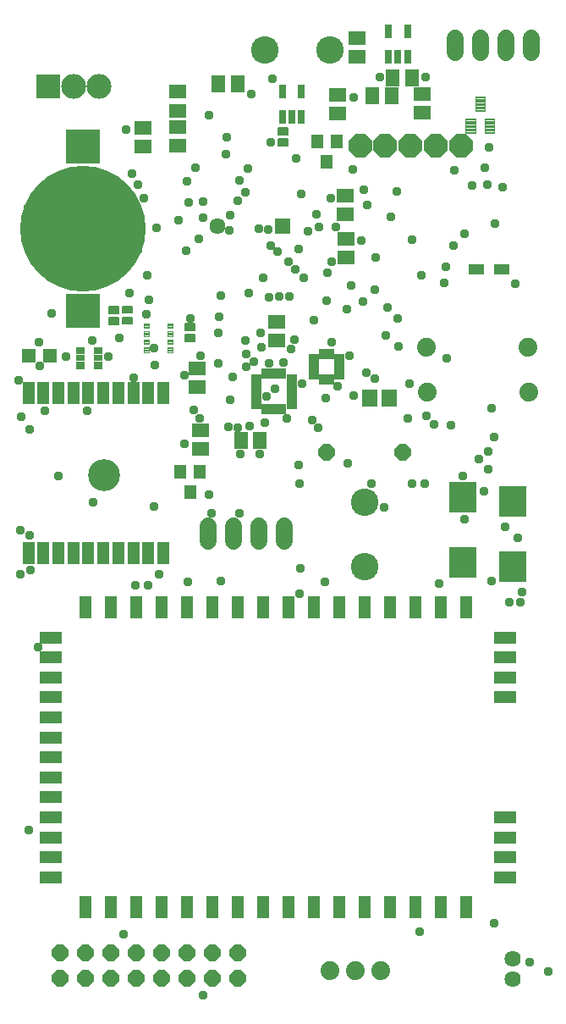
<source format=gts>
G75*
%MOIN*%
%OFA0B0*%
%FSLAX25Y25*%
%IPPOS*%
%LPD*%
%AMOC8*
5,1,8,0,0,1.08239X$1,22.5*
%
%ADD10C,0.10800*%
%ADD11C,0.25800*%
%ADD12R,0.13398X0.13398*%
%ADD13C,0.49465*%
%ADD14C,0.06400*%
%ADD15C,0.06737*%
%ADD16OC8,0.06400*%
%ADD17R,0.05682X0.06706*%
%ADD18R,0.06706X0.05682*%
%ADD19R,0.10643X0.12217*%
%ADD20C,0.00632*%
%ADD21C,0.07400*%
%ADD22R,0.06115X0.03950*%
%ADD23R,0.03950X0.06115*%
%ADD24C,0.00434*%
%ADD25C,0.00475*%
%ADD26R,0.05524X0.05524*%
%ADD27R,0.06343X0.06343*%
%ADD28C,0.06343*%
%ADD29R,0.04737X0.05524*%
%ADD30R,0.09776X0.09776*%
%ADD31C,0.09776*%
%ADD32R,0.05918X0.07099*%
%ADD33C,0.00277*%
%ADD34C,0.00237*%
%ADD35R,0.08674X0.04737*%
%ADD36R,0.04737X0.08674*%
%ADD37C,0.12611*%
%ADD38R,0.02965X0.05524*%
%ADD39R,0.03950X0.01883*%
%ADD40R,0.01883X0.03950*%
%ADD41OC8,0.09300*%
%ADD42C,0.03778*%
D10*
X0183027Y0246138D03*
X0183027Y0271728D03*
X0169208Y0449484D03*
X0143617Y0449484D03*
D11*
X0071767Y0379287D03*
D12*
X0071767Y0346904D03*
X0071767Y0411671D03*
D13*
X0071767Y0379287D03*
D14*
X0241216Y0091846D03*
X0241216Y0083972D03*
D15*
X0151176Y0256280D02*
X0151176Y0262217D01*
X0141176Y0262217D02*
X0141176Y0256280D01*
X0131176Y0256280D02*
X0131176Y0262217D01*
X0121176Y0262217D02*
X0121176Y0256280D01*
X0218617Y0448445D02*
X0218617Y0454382D01*
X0228617Y0454382D02*
X0228617Y0448445D01*
X0238617Y0448445D02*
X0238617Y0454382D01*
X0248617Y0454382D02*
X0248617Y0448445D01*
D16*
X0062869Y0084209D03*
X0062869Y0094209D03*
X0072869Y0094209D03*
X0072869Y0084209D03*
X0082869Y0084209D03*
X0082869Y0094209D03*
X0092869Y0094209D03*
X0092869Y0084209D03*
X0102869Y0084209D03*
X0102869Y0094209D03*
X0112869Y0094209D03*
X0112869Y0084209D03*
X0122869Y0084209D03*
X0122869Y0094209D03*
X0132869Y0094209D03*
X0132869Y0084209D03*
X0167712Y0291295D03*
X0197712Y0291295D03*
D17*
X0141610Y0295783D03*
X0134129Y0295783D03*
X0185901Y0431610D03*
X0193381Y0431610D03*
X0194011Y0438736D03*
X0201491Y0438736D03*
X0132713Y0436222D03*
X0125233Y0436222D03*
D18*
X0109247Y0433224D03*
X0109247Y0425744D03*
X0109247Y0419248D03*
X0109247Y0411768D03*
X0095468Y0411571D03*
X0095468Y0419051D03*
X0148224Y0342673D03*
X0148224Y0335193D03*
X0175428Y0367831D03*
X0175428Y0375311D03*
X0175310Y0384839D03*
X0175310Y0392319D03*
X0172082Y0424445D03*
X0172082Y0431925D03*
X0179995Y0446886D03*
X0179995Y0454366D03*
X0205586Y0432319D03*
X0205586Y0424839D03*
X0118342Y0299917D03*
X0118342Y0292437D03*
X0116964Y0316768D03*
X0116964Y0324248D03*
D19*
X0221531Y0273539D03*
X0221531Y0247949D03*
X0241216Y0246256D03*
X0241216Y0271846D03*
D20*
X0148928Y0411999D02*
X0148928Y0414529D01*
X0152638Y0414529D01*
X0152638Y0411999D01*
X0148928Y0411999D01*
X0148928Y0412630D02*
X0152638Y0412630D01*
X0152638Y0413261D02*
X0148928Y0413261D01*
X0148928Y0413892D02*
X0152638Y0413892D01*
X0152638Y0414523D02*
X0148928Y0414523D01*
X0148928Y0416329D02*
X0148928Y0418859D01*
X0152638Y0418859D01*
X0152638Y0416329D01*
X0148928Y0416329D01*
X0148928Y0416960D02*
X0152638Y0416960D01*
X0152638Y0417591D02*
X0148928Y0417591D01*
X0148928Y0418222D02*
X0152638Y0418222D01*
X0152638Y0418853D02*
X0148928Y0418853D01*
X0115827Y0341773D02*
X0115827Y0339243D01*
X0112117Y0339243D01*
X0112117Y0341773D01*
X0115827Y0341773D01*
X0115827Y0339874D02*
X0112117Y0339874D01*
X0112117Y0340505D02*
X0115827Y0340505D01*
X0115827Y0341136D02*
X0112117Y0341136D01*
X0112117Y0341767D02*
X0115827Y0341767D01*
X0115827Y0337442D02*
X0115827Y0334912D01*
X0112117Y0334912D01*
X0112117Y0337442D01*
X0115827Y0337442D01*
X0115827Y0335543D02*
X0112117Y0335543D01*
X0112117Y0336174D02*
X0115827Y0336174D01*
X0115827Y0336805D02*
X0112117Y0336805D01*
X0112117Y0337436D02*
X0115827Y0337436D01*
X0091142Y0341802D02*
X0091142Y0344332D01*
X0091142Y0341802D02*
X0087432Y0341802D01*
X0087432Y0344332D01*
X0091142Y0344332D01*
X0091142Y0342433D02*
X0087432Y0342433D01*
X0087432Y0343064D02*
X0091142Y0343064D01*
X0091142Y0343695D02*
X0087432Y0343695D01*
X0087432Y0344326D02*
X0091142Y0344326D01*
X0091142Y0346133D02*
X0091142Y0348663D01*
X0091142Y0346133D02*
X0087432Y0346133D01*
X0087432Y0348663D01*
X0091142Y0348663D01*
X0091142Y0346764D02*
X0087432Y0346764D01*
X0087432Y0347395D02*
X0091142Y0347395D01*
X0091142Y0348026D02*
X0087432Y0348026D01*
X0087432Y0348657D02*
X0091142Y0348657D01*
X0085945Y0348466D02*
X0085945Y0345936D01*
X0082235Y0345936D01*
X0082235Y0348466D01*
X0085945Y0348466D01*
X0085945Y0346567D02*
X0082235Y0346567D01*
X0082235Y0347198D02*
X0085945Y0347198D01*
X0085945Y0347829D02*
X0082235Y0347829D01*
X0082235Y0348460D02*
X0085945Y0348460D01*
X0085945Y0344135D02*
X0085945Y0341605D01*
X0082235Y0341605D01*
X0082235Y0344135D01*
X0085945Y0344135D01*
X0085945Y0342236D02*
X0082235Y0342236D01*
X0082235Y0342867D02*
X0085945Y0342867D01*
X0085945Y0343498D02*
X0082235Y0343498D01*
X0082235Y0344129D02*
X0085945Y0344129D01*
D21*
X0207161Y0332476D03*
X0207476Y0314917D03*
X0247161Y0332476D03*
X0247476Y0314917D03*
X0189247Y0087280D03*
X0179247Y0087280D03*
X0169247Y0087280D03*
D22*
X0226767Y0363185D03*
X0236767Y0363185D03*
D23*
X0050665Y0375744D03*
X0050665Y0385744D03*
D24*
X0222648Y0416978D02*
X0226556Y0416978D01*
X0222648Y0416978D02*
X0222648Y0422462D01*
X0226556Y0422462D01*
X0226556Y0416978D01*
X0226556Y0417411D02*
X0222648Y0417411D01*
X0222648Y0417844D02*
X0226556Y0417844D01*
X0226556Y0418277D02*
X0222648Y0418277D01*
X0222648Y0418710D02*
X0226556Y0418710D01*
X0226556Y0419143D02*
X0222648Y0419143D01*
X0222648Y0419576D02*
X0226556Y0419576D01*
X0226556Y0420009D02*
X0222648Y0420009D01*
X0222648Y0420442D02*
X0226556Y0420442D01*
X0226556Y0420875D02*
X0222648Y0420875D01*
X0222648Y0421308D02*
X0226556Y0421308D01*
X0226556Y0421741D02*
X0222648Y0421741D01*
X0222648Y0422174D02*
X0226556Y0422174D01*
X0226388Y0425640D02*
X0230296Y0425640D01*
X0226388Y0425640D02*
X0226388Y0431124D01*
X0230296Y0431124D01*
X0230296Y0425640D01*
X0230296Y0426073D02*
X0226388Y0426073D01*
X0226388Y0426506D02*
X0230296Y0426506D01*
X0230296Y0426939D02*
X0226388Y0426939D01*
X0226388Y0427372D02*
X0230296Y0427372D01*
X0230296Y0427805D02*
X0226388Y0427805D01*
X0226388Y0428238D02*
X0230296Y0428238D01*
X0230296Y0428671D02*
X0226388Y0428671D01*
X0226388Y0429104D02*
X0230296Y0429104D01*
X0230296Y0429537D02*
X0226388Y0429537D01*
X0226388Y0429970D02*
X0230296Y0429970D01*
X0230296Y0430403D02*
X0226388Y0430403D01*
X0226388Y0430836D02*
X0230296Y0430836D01*
X0230128Y0416978D02*
X0234036Y0416978D01*
X0230128Y0416978D02*
X0230128Y0422462D01*
X0234036Y0422462D01*
X0234036Y0416978D01*
X0234036Y0417411D02*
X0230128Y0417411D01*
X0230128Y0417844D02*
X0234036Y0417844D01*
X0234036Y0418277D02*
X0230128Y0418277D01*
X0230128Y0418710D02*
X0234036Y0418710D01*
X0234036Y0419143D02*
X0230128Y0419143D01*
X0230128Y0419576D02*
X0234036Y0419576D01*
X0234036Y0420009D02*
X0230128Y0420009D01*
X0230128Y0420442D02*
X0234036Y0420442D01*
X0234036Y0420875D02*
X0230128Y0420875D01*
X0230128Y0421308D02*
X0234036Y0421308D01*
X0234036Y0421741D02*
X0230128Y0421741D01*
X0230128Y0422174D02*
X0234036Y0422174D01*
D25*
X0107166Y0340148D02*
X0105266Y0340148D01*
X0105266Y0342048D01*
X0107166Y0342048D01*
X0107166Y0340148D01*
X0107166Y0340622D02*
X0105266Y0340622D01*
X0105266Y0341096D02*
X0107166Y0341096D01*
X0107166Y0341570D02*
X0105266Y0341570D01*
X0105266Y0342044D02*
X0107166Y0342044D01*
X0107166Y0336999D02*
X0105266Y0336999D01*
X0105266Y0338899D01*
X0107166Y0338899D01*
X0107166Y0336999D01*
X0107166Y0337473D02*
X0105266Y0337473D01*
X0105266Y0337947D02*
X0107166Y0337947D01*
X0107166Y0338421D02*
X0105266Y0338421D01*
X0105266Y0338895D02*
X0107166Y0338895D01*
X0107166Y0333849D02*
X0105266Y0333849D01*
X0105266Y0335749D01*
X0107166Y0335749D01*
X0107166Y0333849D01*
X0107166Y0334323D02*
X0105266Y0334323D01*
X0105266Y0334797D02*
X0107166Y0334797D01*
X0107166Y0335271D02*
X0105266Y0335271D01*
X0105266Y0335745D02*
X0107166Y0335745D01*
X0107166Y0330700D02*
X0105266Y0330700D01*
X0105266Y0332600D01*
X0107166Y0332600D01*
X0107166Y0330700D01*
X0107166Y0331174D02*
X0105266Y0331174D01*
X0105266Y0331648D02*
X0107166Y0331648D01*
X0107166Y0332122D02*
X0105266Y0332122D01*
X0105266Y0332596D02*
X0107166Y0332596D01*
X0097717Y0330700D02*
X0095817Y0330700D01*
X0095817Y0332600D01*
X0097717Y0332600D01*
X0097717Y0330700D01*
X0097717Y0331174D02*
X0095817Y0331174D01*
X0095817Y0331648D02*
X0097717Y0331648D01*
X0097717Y0332122D02*
X0095817Y0332122D01*
X0095817Y0332596D02*
X0097717Y0332596D01*
X0097717Y0333849D02*
X0095817Y0333849D01*
X0095817Y0335749D01*
X0097717Y0335749D01*
X0097717Y0333849D01*
X0097717Y0334323D02*
X0095817Y0334323D01*
X0095817Y0334797D02*
X0097717Y0334797D01*
X0097717Y0335271D02*
X0095817Y0335271D01*
X0095817Y0335745D02*
X0097717Y0335745D01*
X0097717Y0336999D02*
X0095817Y0336999D01*
X0095817Y0338899D01*
X0097717Y0338899D01*
X0097717Y0336999D01*
X0097717Y0337473D02*
X0095817Y0337473D01*
X0095817Y0337947D02*
X0097717Y0337947D01*
X0097717Y0338421D02*
X0095817Y0338421D01*
X0095817Y0338895D02*
X0097717Y0338895D01*
X0097717Y0340148D02*
X0095817Y0340148D01*
X0095817Y0342048D01*
X0097717Y0342048D01*
X0097717Y0340148D01*
X0097717Y0340622D02*
X0095817Y0340622D01*
X0095817Y0341096D02*
X0097717Y0341096D01*
X0097717Y0341570D02*
X0095817Y0341570D01*
X0095817Y0342044D02*
X0097717Y0342044D01*
D26*
X0058736Y0329248D03*
X0050468Y0329248D03*
D27*
X0150468Y0380232D03*
D28*
X0124877Y0380232D03*
D29*
X0164247Y0413461D03*
X0167987Y0405587D03*
X0171728Y0413461D03*
X0117791Y0283539D03*
X0114050Y0275665D03*
X0110310Y0283539D03*
D30*
X0058263Y0435114D03*
D31*
X0068263Y0435114D03*
X0078263Y0435114D03*
D32*
X0184995Y0312752D03*
X0192476Y0312752D03*
D33*
X0076348Y0324301D02*
X0076348Y0326793D01*
X0079234Y0326793D01*
X0079234Y0324301D01*
X0076348Y0324301D01*
X0076348Y0324577D02*
X0079234Y0324577D01*
X0079234Y0324853D02*
X0076348Y0324853D01*
X0076348Y0325129D02*
X0079234Y0325129D01*
X0079234Y0325405D02*
X0076348Y0325405D01*
X0076348Y0325681D02*
X0079234Y0325681D01*
X0079234Y0325957D02*
X0076348Y0325957D01*
X0076348Y0326233D02*
X0079234Y0326233D01*
X0079234Y0326509D02*
X0076348Y0326509D01*
X0076348Y0326785D02*
X0079234Y0326785D01*
X0076348Y0330207D02*
X0076348Y0332699D01*
X0079234Y0332699D01*
X0079234Y0330207D01*
X0076348Y0330207D01*
X0076348Y0330483D02*
X0079234Y0330483D01*
X0079234Y0330759D02*
X0076348Y0330759D01*
X0076348Y0331035D02*
X0079234Y0331035D01*
X0079234Y0331311D02*
X0076348Y0331311D01*
X0076348Y0331587D02*
X0079234Y0331587D01*
X0079234Y0331863D02*
X0076348Y0331863D01*
X0076348Y0332139D02*
X0079234Y0332139D01*
X0079234Y0332415D02*
X0076348Y0332415D01*
X0076348Y0332691D02*
X0079234Y0332691D01*
X0069261Y0332699D02*
X0069261Y0330207D01*
X0069261Y0332699D02*
X0072147Y0332699D01*
X0072147Y0330207D01*
X0069261Y0330207D01*
X0069261Y0330483D02*
X0072147Y0330483D01*
X0072147Y0330759D02*
X0069261Y0330759D01*
X0069261Y0331035D02*
X0072147Y0331035D01*
X0072147Y0331311D02*
X0069261Y0331311D01*
X0069261Y0331587D02*
X0072147Y0331587D01*
X0072147Y0331863D02*
X0069261Y0331863D01*
X0069261Y0332139D02*
X0072147Y0332139D01*
X0072147Y0332415D02*
X0069261Y0332415D01*
X0069261Y0332691D02*
X0072147Y0332691D01*
X0069261Y0326793D02*
X0069261Y0324301D01*
X0069261Y0326793D02*
X0072147Y0326793D01*
X0072147Y0324301D01*
X0069261Y0324301D01*
X0069261Y0324577D02*
X0072147Y0324577D01*
X0072147Y0324853D02*
X0069261Y0324853D01*
X0069261Y0325129D02*
X0072147Y0325129D01*
X0072147Y0325405D02*
X0069261Y0325405D01*
X0069261Y0325681D02*
X0072147Y0325681D01*
X0072147Y0325957D02*
X0069261Y0325957D01*
X0069261Y0326233D02*
X0072147Y0326233D01*
X0072147Y0326509D02*
X0069261Y0326509D01*
X0069261Y0326785D02*
X0072147Y0326785D01*
D34*
X0069241Y0327431D02*
X0069241Y0329569D01*
X0072167Y0329569D01*
X0072167Y0327431D01*
X0069241Y0327431D01*
X0069241Y0327667D02*
X0072167Y0327667D01*
X0072167Y0327903D02*
X0069241Y0327903D01*
X0069241Y0328139D02*
X0072167Y0328139D01*
X0072167Y0328375D02*
X0069241Y0328375D01*
X0069241Y0328611D02*
X0072167Y0328611D01*
X0072167Y0328847D02*
X0069241Y0328847D01*
X0069241Y0329083D02*
X0072167Y0329083D01*
X0072167Y0329319D02*
X0069241Y0329319D01*
X0069241Y0329555D02*
X0072167Y0329555D01*
X0076328Y0329569D02*
X0076328Y0327431D01*
X0076328Y0329569D02*
X0079254Y0329569D01*
X0079254Y0327431D01*
X0076328Y0327431D01*
X0076328Y0327667D02*
X0079254Y0327667D01*
X0079254Y0327903D02*
X0076328Y0327903D01*
X0076328Y0328139D02*
X0079254Y0328139D01*
X0079254Y0328375D02*
X0076328Y0328375D01*
X0076328Y0328611D02*
X0079254Y0328611D01*
X0079254Y0328847D02*
X0076328Y0328847D01*
X0076328Y0329083D02*
X0079254Y0329083D01*
X0079254Y0329319D02*
X0076328Y0329319D01*
X0076328Y0329555D02*
X0079254Y0329555D01*
D35*
X0059129Y0218421D03*
X0059129Y0210547D03*
X0059129Y0202673D03*
X0059129Y0194799D03*
X0059129Y0186925D03*
X0059129Y0179051D03*
X0059129Y0171177D03*
X0059129Y0163303D03*
X0059129Y0155429D03*
X0059129Y0147555D03*
X0059129Y0139681D03*
X0059129Y0131807D03*
X0059129Y0123933D03*
X0238263Y0123933D03*
X0238263Y0131807D03*
X0238263Y0139681D03*
X0238263Y0147555D03*
X0238263Y0194799D03*
X0238263Y0202673D03*
X0238263Y0210547D03*
X0238263Y0218421D03*
D36*
X0222712Y0230232D03*
X0212712Y0230232D03*
X0202712Y0230232D03*
X0192712Y0230232D03*
X0182712Y0230232D03*
X0172712Y0230232D03*
X0162712Y0230232D03*
X0152712Y0230232D03*
X0142712Y0230232D03*
X0132712Y0230232D03*
X0122712Y0230232D03*
X0112712Y0230232D03*
X0102712Y0230232D03*
X0092712Y0230232D03*
X0082712Y0230232D03*
X0072712Y0230232D03*
X0074011Y0251492D03*
X0079917Y0251492D03*
X0085822Y0251492D03*
X0091728Y0251492D03*
X0097633Y0251492D03*
X0103539Y0251492D03*
X0103539Y0314484D03*
X0097633Y0314484D03*
X0091728Y0314484D03*
X0085822Y0314484D03*
X0079917Y0314484D03*
X0074011Y0314484D03*
X0068106Y0314484D03*
X0062200Y0314484D03*
X0056295Y0314484D03*
X0050389Y0314484D03*
X0050389Y0251492D03*
X0056295Y0251492D03*
X0062200Y0251492D03*
X0068106Y0251492D03*
X0072712Y0112122D03*
X0082712Y0112122D03*
X0092712Y0112122D03*
X0102712Y0112122D03*
X0112712Y0112122D03*
X0122712Y0112122D03*
X0132712Y0112122D03*
X0142712Y0112122D03*
X0152712Y0112122D03*
X0162712Y0112122D03*
X0172712Y0112122D03*
X0182712Y0112122D03*
X0192712Y0112122D03*
X0202712Y0112122D03*
X0212712Y0112122D03*
X0222712Y0112122D03*
D37*
X0080113Y0282201D03*
D38*
X0150428Y0423185D03*
X0154169Y0423185D03*
X0157909Y0423185D03*
X0157909Y0433422D03*
X0150428Y0433422D03*
X0192239Y0446807D03*
X0195980Y0446807D03*
X0199720Y0446807D03*
X0199720Y0457044D03*
X0192239Y0457044D03*
D39*
X0172889Y0328894D03*
X0172889Y0326925D03*
X0172889Y0324957D03*
X0172889Y0322988D03*
X0172889Y0321020D03*
X0162850Y0321020D03*
X0162850Y0322988D03*
X0162850Y0324957D03*
X0162850Y0326925D03*
X0162850Y0328894D03*
X0154070Y0321059D03*
X0154070Y0319091D03*
X0154070Y0317122D03*
X0154070Y0315154D03*
X0154070Y0313185D03*
X0154070Y0311217D03*
X0154070Y0309248D03*
X0140094Y0309248D03*
X0140094Y0311217D03*
X0140094Y0313185D03*
X0140094Y0315154D03*
X0140094Y0317122D03*
X0140094Y0319091D03*
X0140094Y0321059D03*
D40*
X0143145Y0322142D03*
X0145113Y0322142D03*
X0147082Y0322142D03*
X0149050Y0322142D03*
X0151019Y0322142D03*
X0151019Y0308165D03*
X0149050Y0308165D03*
X0147082Y0308165D03*
X0145113Y0308165D03*
X0143145Y0308165D03*
X0165901Y0319937D03*
X0167869Y0319937D03*
X0169838Y0319937D03*
X0169838Y0329976D03*
X0167869Y0329976D03*
X0165901Y0329976D03*
D41*
X0181058Y0412004D03*
X0190901Y0412083D03*
X0200743Y0412083D03*
X0210980Y0412083D03*
X0220822Y0412083D03*
D42*
X0218066Y0402240D03*
X0225350Y0396335D03*
X0231058Y0396728D03*
X0230271Y0403421D03*
X0231924Y0411177D03*
X0237200Y0395508D03*
X0234129Y0381256D03*
X0222161Y0377201D03*
X0217869Y0372713D03*
X0215035Y0364366D03*
X0214365Y0357870D03*
X0205232Y0360941D03*
X0201531Y0375075D03*
X0193145Y0383933D03*
X0195625Y0393972D03*
X0182633Y0394760D03*
X0183814Y0388461D03*
X0181452Y0374681D03*
X0187358Y0367988D03*
X0186964Y0355390D03*
X0182239Y0350665D03*
X0177515Y0356965D03*
X0175861Y0347634D03*
X0167948Y0350941D03*
X0162909Y0343106D03*
X0155310Y0335665D03*
X0153932Y0331846D03*
X0150743Y0326453D03*
X0145271Y0326098D03*
X0142082Y0332555D03*
X0141846Y0338343D03*
X0135743Y0335311D03*
X0136373Y0330035D03*
X0139326Y0326925D03*
X0136216Y0324917D03*
X0130783Y0320941D03*
X0125310Y0326256D03*
X0118263Y0329406D03*
X0111925Y0321558D03*
X0115625Y0307831D03*
X0117909Y0304445D03*
X0111885Y0294602D03*
X0121610Y0274681D03*
X0122397Y0267358D03*
X0133617Y0267398D03*
X0133814Y0290429D03*
X0132948Y0300941D03*
X0129208Y0301374D03*
X0129956Y0312083D03*
X0137476Y0301531D03*
X0143421Y0303028D03*
X0144090Y0313382D03*
X0147397Y0316217D03*
X0152318Y0304602D03*
X0158224Y0318382D03*
X0167476Y0312673D03*
X0172358Y0317201D03*
X0178499Y0313461D03*
X0183421Y0322713D03*
X0186728Y0320154D03*
X0196137Y0332870D03*
X0191295Y0337280D03*
X0195980Y0344012D03*
X0191885Y0348303D03*
X0176728Y0329209D03*
X0169838Y0334720D03*
X0153051Y0352492D03*
X0149090Y0352713D03*
X0145310Y0352280D03*
X0142791Y0360035D03*
X0137239Y0353815D03*
X0126295Y0353028D03*
X0125507Y0344563D03*
X0125310Y0338382D03*
X0114129Y0343776D03*
X0100113Y0325547D03*
X0099720Y0332398D03*
X0096806Y0345744D03*
X0097987Y0351098D03*
X0097239Y0360862D03*
X0090192Y0353854D03*
X0086728Y0366689D03*
X0088066Y0374327D03*
X0087751Y0379799D03*
X0093657Y0370902D03*
X0100861Y0379681D03*
X0096019Y0391217D03*
X0093617Y0396689D03*
X0091098Y0400783D03*
X0088932Y0418382D03*
X0109562Y0382516D03*
X0113474Y0389561D03*
X0119169Y0390035D03*
X0119090Y0383579D03*
X0117436Y0375114D03*
X0112554Y0370547D03*
X0112948Y0397791D03*
X0116058Y0403224D03*
X0128145Y0408461D03*
X0128460Y0415390D03*
X0121491Y0423854D03*
X0133421Y0398106D03*
X0135980Y0393657D03*
X0132751Y0390232D03*
X0129803Y0384714D03*
X0129484Y0378461D03*
X0141176Y0379209D03*
X0144877Y0379091D03*
X0145861Y0372555D03*
X0148657Y0370311D03*
X0152751Y0366335D03*
X0155468Y0363264D03*
X0158932Y0360075D03*
X0156924Y0371413D03*
X0160507Y0378106D03*
X0164956Y0379839D03*
X0163972Y0384878D03*
X0169444Y0391098D03*
X0171413Y0379957D03*
X0169877Y0366098D03*
X0168184Y0361807D03*
X0158027Y0392949D03*
X0155822Y0406965D03*
X0145901Y0413224D03*
X0136806Y0402831D03*
X0138164Y0432137D03*
X0146452Y0438224D03*
X0178381Y0431020D03*
X0188736Y0438815D03*
X0206885Y0438894D03*
X0178302Y0402634D03*
X0215310Y0328224D03*
X0200625Y0318264D03*
X0199877Y0304563D03*
X0207239Y0305587D03*
X0210074Y0302161D03*
X0216728Y0302004D03*
X0227909Y0288461D03*
X0231452Y0291610D03*
X0234011Y0297122D03*
X0231649Y0284524D03*
X0229720Y0275783D03*
X0221531Y0282083D03*
X0222120Y0264980D03*
X0238342Y0261886D03*
X0243066Y0257752D03*
X0233027Y0240626D03*
X0239720Y0232161D03*
X0244247Y0232161D03*
X0244838Y0236295D03*
X0212085Y0239589D03*
X0190507Y0269760D03*
X0185586Y0279012D03*
X0176137Y0287083D03*
X0164602Y0300862D03*
X0162239Y0303933D03*
X0156846Y0286098D03*
X0157043Y0279012D03*
X0141688Y0290429D03*
X0157633Y0245547D03*
X0157043Y0235508D03*
X0167279Y0240232D03*
X0201531Y0278815D03*
X0206570Y0278933D03*
X0233027Y0308539D03*
X0242200Y0357634D03*
X0126137Y0240429D03*
X0113145Y0240232D03*
X0101924Y0243185D03*
X0097397Y0239051D03*
X0092476Y0238854D03*
X0099759Y0269957D03*
X0075743Y0271531D03*
X0062155Y0282016D03*
X0050743Y0300272D03*
X0047554Y0305272D03*
X0056964Y0307634D03*
X0054838Y0325350D03*
X0054405Y0334524D03*
X0059641Y0345980D03*
X0068775Y0360311D03*
X0072121Y0363894D03*
X0086334Y0336413D03*
X0081846Y0329012D03*
X0075547Y0335114D03*
X0065113Y0328815D03*
X0073381Y0307516D03*
X0091728Y0320744D03*
X0050940Y0258500D03*
X0047200Y0260705D03*
X0051137Y0244957D03*
X0047200Y0243185D03*
X0054133Y0214599D03*
X0050533Y0142586D03*
X0087948Y0101650D03*
X0119365Y0077752D03*
X0204484Y0102437D03*
X0234011Y0105980D03*
X0247987Y0090626D03*
X0255153Y0087043D03*
X0064247Y0393854D03*
X0046413Y0319760D03*
M02*

</source>
